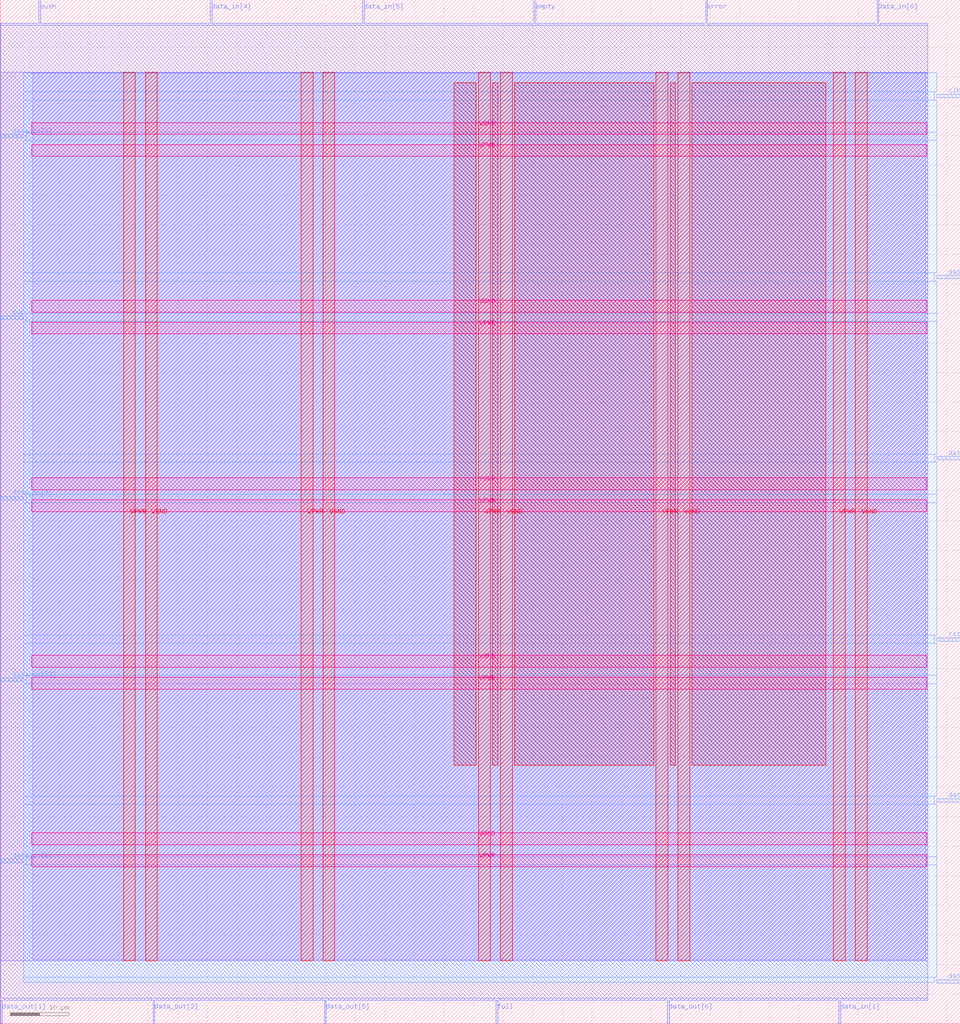
<source format=lef>
VERSION 5.7 ;
  NOWIREEXTENSIONATPIN ON ;
  DIVIDERCHAR "/" ;
  BUSBITCHARS "[]" ;
MACRO lifo
  CLASS BLOCK ;
  FOREIGN lifo ;
  ORIGIN 0.000 0.000 ;
  SIZE 162.260 BY 172.980 ;
  PIN VGND
    DIRECTION INOUT ;
    USE GROUND ;
    PORT
      LAYER met4 ;
        RECT 24.540 10.640 26.540 160.720 ;
    END
    PORT
      LAYER met4 ;
        RECT 54.540 10.640 56.540 160.720 ;
    END
    PORT
      LAYER met4 ;
        RECT 84.540 10.640 86.540 160.720 ;
    END
    PORT
      LAYER met4 ;
        RECT 114.540 10.640 116.540 160.720 ;
    END
    PORT
      LAYER met4 ;
        RECT 144.540 10.640 146.540 160.720 ;
    END
    PORT
      LAYER met5 ;
        RECT 5.280 30.230 156.640 32.230 ;
    END
    PORT
      LAYER met5 ;
        RECT 5.280 60.230 156.640 62.230 ;
    END
    PORT
      LAYER met5 ;
        RECT 5.280 90.230 156.640 92.230 ;
    END
    PORT
      LAYER met5 ;
        RECT 5.280 120.230 156.640 122.230 ;
    END
    PORT
      LAYER met5 ;
        RECT 5.280 150.230 156.640 152.230 ;
    END
  END VGND
  PIN VPWR
    DIRECTION INOUT ;
    USE POWER ;
    PORT
      LAYER met4 ;
        RECT 20.840 10.640 22.840 160.720 ;
    END
    PORT
      LAYER met4 ;
        RECT 50.840 10.640 52.840 160.720 ;
    END
    PORT
      LAYER met4 ;
        RECT 80.840 10.640 82.840 160.720 ;
    END
    PORT
      LAYER met4 ;
        RECT 110.840 10.640 112.840 160.720 ;
    END
    PORT
      LAYER met4 ;
        RECT 140.840 10.640 142.840 160.720 ;
    END
    PORT
      LAYER met5 ;
        RECT 5.280 26.530 156.640 28.530 ;
    END
    PORT
      LAYER met5 ;
        RECT 5.280 56.530 156.640 58.530 ;
    END
    PORT
      LAYER met5 ;
        RECT 5.280 86.530 156.640 88.530 ;
    END
    PORT
      LAYER met5 ;
        RECT 5.280 116.530 156.640 118.530 ;
    END
    PORT
      LAYER met5 ;
        RECT 5.280 146.530 156.640 148.530 ;
    END
  END VPWR
  PIN clk
    DIRECTION INPUT ;
    USE SIGNAL ;
    ANTENNAGATEAREA 0.852000 ;
    PORT
      LAYER met3 ;
        RECT 158.260 156.440 162.260 157.040 ;
    END
  END clk
  PIN data_in[0]
    DIRECTION INPUT ;
    USE SIGNAL ;
    ANTENNAGATEAREA 0.159000 ;
    PORT
      LAYER met3 ;
        RECT 0.000 149.640 4.000 150.240 ;
    END
  END data_in[0]
  PIN data_in[1]
    DIRECTION INPUT ;
    USE SIGNAL ;
    ANTENNAGATEAREA 0.213000 ;
    PORT
      LAYER met2 ;
        RECT 141.770 0.000 142.050 4.000 ;
    END
  END data_in[1]
  PIN data_in[2]
    DIRECTION INPUT ;
    USE SIGNAL ;
    ANTENNAGATEAREA 0.159000 ;
    PORT
      LAYER met3 ;
        RECT 0.000 27.240 4.000 27.840 ;
    END
  END data_in[2]
  PIN data_in[3]
    DIRECTION INPUT ;
    USE SIGNAL ;
    ANTENNAGATEAREA 0.159000 ;
    PORT
      LAYER met3 ;
        RECT 0.000 88.440 4.000 89.040 ;
    END
  END data_in[3]
  PIN data_in[4]
    DIRECTION INPUT ;
    USE SIGNAL ;
    ANTENNAGATEAREA 0.213000 ;
    PORT
      LAYER met2 ;
        RECT 35.510 168.980 35.790 172.980 ;
    END
  END data_in[4]
  PIN data_in[5]
    DIRECTION INPUT ;
    USE SIGNAL ;
    ANTENNAGATEAREA 0.159000 ;
    PORT
      LAYER met2 ;
        RECT 61.270 168.980 61.550 172.980 ;
    END
  END data_in[5]
  PIN data_in[6]
    DIRECTION INPUT ;
    USE SIGNAL ;
    ANTENNAGATEAREA 0.159000 ;
    PORT
      LAYER met2 ;
        RECT 148.210 168.980 148.490 172.980 ;
    END
  END data_in[6]
  PIN data_in[7]
    DIRECTION INPUT ;
    USE SIGNAL ;
    ANTENNAGATEAREA 0.159000 ;
    PORT
      LAYER met3 ;
        RECT 158.260 37.440 162.260 38.040 ;
    END
  END data_in[7]
  PIN data_out[0]
    DIRECTION OUTPUT TRISTATE ;
    USE SIGNAL ;
    ANTENNADIFFAREA 0.795200 ;
    PORT
      LAYER met2 ;
        RECT 112.790 0.000 113.070 4.000 ;
    END
  END data_out[0]
  PIN data_out[1]
    DIRECTION OUTPUT TRISTATE ;
    USE SIGNAL ;
    ANTENNADIFFAREA 0.795200 ;
    PORT
      LAYER met2 ;
        RECT 0.090 0.000 0.370 4.000 ;
    END
  END data_out[1]
  PIN data_out[2]
    DIRECTION OUTPUT TRISTATE ;
    USE SIGNAL ;
    ANTENNADIFFAREA 0.795200 ;
    PORT
      LAYER met2 ;
        RECT 25.850 0.000 26.130 4.000 ;
    END
  END data_out[2]
  PIN data_out[3]
    DIRECTION OUTPUT TRISTATE ;
    USE SIGNAL ;
    ANTENNADIFFAREA 0.795200 ;
    PORT
      LAYER met3 ;
        RECT 0.000 57.840 4.000 58.440 ;
    END
  END data_out[3]
  PIN data_out[4]
    DIRECTION OUTPUT TRISTATE ;
    USE SIGNAL ;
    ANTENNADIFFAREA 0.445500 ;
    PORT
      LAYER met3 ;
        RECT 158.260 6.840 162.260 7.440 ;
    END
  END data_out[4]
  PIN data_out[5]
    DIRECTION OUTPUT TRISTATE ;
    USE SIGNAL ;
    ANTENNADIFFAREA 0.795200 ;
    PORT
      LAYER met2 ;
        RECT 54.830 0.000 55.110 4.000 ;
    END
  END data_out[5]
  PIN data_out[6]
    DIRECTION OUTPUT TRISTATE ;
    USE SIGNAL ;
    ANTENNADIFFAREA 0.795200 ;
    PORT
      LAYER met3 ;
        RECT 158.260 95.240 162.260 95.840 ;
    END
  END data_out[6]
  PIN data_out[7]
    DIRECTION OUTPUT TRISTATE ;
    USE SIGNAL ;
    ANTENNADIFFAREA 0.445500 ;
    PORT
      LAYER met3 ;
        RECT 158.260 125.840 162.260 126.440 ;
    END
  END data_out[7]
  PIN empty
    DIRECTION OUTPUT TRISTATE ;
    USE SIGNAL ;
    ANTENNADIFFAREA 0.795200 ;
    PORT
      LAYER met2 ;
        RECT 90.250 168.980 90.530 172.980 ;
    END
  END empty
  PIN error
    DIRECTION OUTPUT TRISTATE ;
    USE SIGNAL ;
    ANTENNADIFFAREA 0.795200 ;
    PORT
      LAYER met2 ;
        RECT 119.230 168.980 119.510 172.980 ;
    END
  END error
  PIN full
    DIRECTION OUTPUT TRISTATE ;
    USE SIGNAL ;
    ANTENNADIFFAREA 0.795200 ;
    PORT
      LAYER met2 ;
        RECT 83.810 0.000 84.090 4.000 ;
    END
  END full
  PIN pop
    DIRECTION INPUT ;
    USE SIGNAL ;
    ANTENNAGATEAREA 0.213000 ;
    PORT
      LAYER met3 ;
        RECT 0.000 119.040 4.000 119.640 ;
    END
  END pop
  PIN push
    DIRECTION INPUT ;
    USE SIGNAL ;
    ANTENNAGATEAREA 0.213000 ;
    PORT
      LAYER met2 ;
        RECT 6.530 168.980 6.810 172.980 ;
    END
  END push
  PIN rst
    DIRECTION INPUT ;
    USE SIGNAL ;
    ANTENNAGATEAREA 0.213000 ;
    PORT
      LAYER met3 ;
        RECT 158.260 64.640 162.260 65.240 ;
    END
  END rst
  OBS
      LAYER li1 ;
        RECT 5.520 10.795 156.400 160.565 ;
      LAYER met1 ;
        RECT 0.070 10.640 156.790 160.720 ;
      LAYER met2 ;
        RECT 0.100 168.700 6.250 168.980 ;
        RECT 7.090 168.700 35.230 168.980 ;
        RECT 36.070 168.700 60.990 168.980 ;
        RECT 61.830 168.700 89.970 168.980 ;
        RECT 90.810 168.700 118.950 168.980 ;
        RECT 119.790 168.700 147.930 168.980 ;
        RECT 148.770 168.700 156.770 168.980 ;
        RECT 0.100 4.280 156.770 168.700 ;
        RECT 0.650 4.000 25.570 4.280 ;
        RECT 26.410 4.000 54.550 4.280 ;
        RECT 55.390 4.000 83.530 4.280 ;
        RECT 84.370 4.000 112.510 4.280 ;
        RECT 113.350 4.000 141.490 4.280 ;
        RECT 142.330 4.000 156.770 4.280 ;
      LAYER met3 ;
        RECT 3.990 157.440 158.260 160.645 ;
        RECT 3.990 156.040 157.860 157.440 ;
        RECT 3.990 150.640 158.260 156.040 ;
        RECT 4.400 149.240 158.260 150.640 ;
        RECT 3.990 126.840 158.260 149.240 ;
        RECT 3.990 125.440 157.860 126.840 ;
        RECT 3.990 120.040 158.260 125.440 ;
        RECT 4.400 118.640 158.260 120.040 ;
        RECT 3.990 96.240 158.260 118.640 ;
        RECT 3.990 94.840 157.860 96.240 ;
        RECT 3.990 89.440 158.260 94.840 ;
        RECT 4.400 88.040 158.260 89.440 ;
        RECT 3.990 65.640 158.260 88.040 ;
        RECT 3.990 64.240 157.860 65.640 ;
        RECT 3.990 58.840 158.260 64.240 ;
        RECT 4.400 57.440 158.260 58.840 ;
        RECT 3.990 38.440 158.260 57.440 ;
        RECT 3.990 37.040 157.860 38.440 ;
        RECT 3.990 28.240 158.260 37.040 ;
        RECT 4.400 26.840 158.260 28.240 ;
        RECT 3.990 7.840 158.260 26.840 ;
        RECT 3.990 6.975 157.860 7.840 ;
      LAYER met4 ;
        RECT 76.655 43.695 80.440 158.945 ;
        RECT 83.240 43.695 84.140 158.945 ;
        RECT 86.940 43.695 110.440 158.945 ;
        RECT 113.240 43.695 114.140 158.945 ;
        RECT 116.940 43.695 139.545 158.945 ;
  END
END lifo
END LIBRARY


</source>
